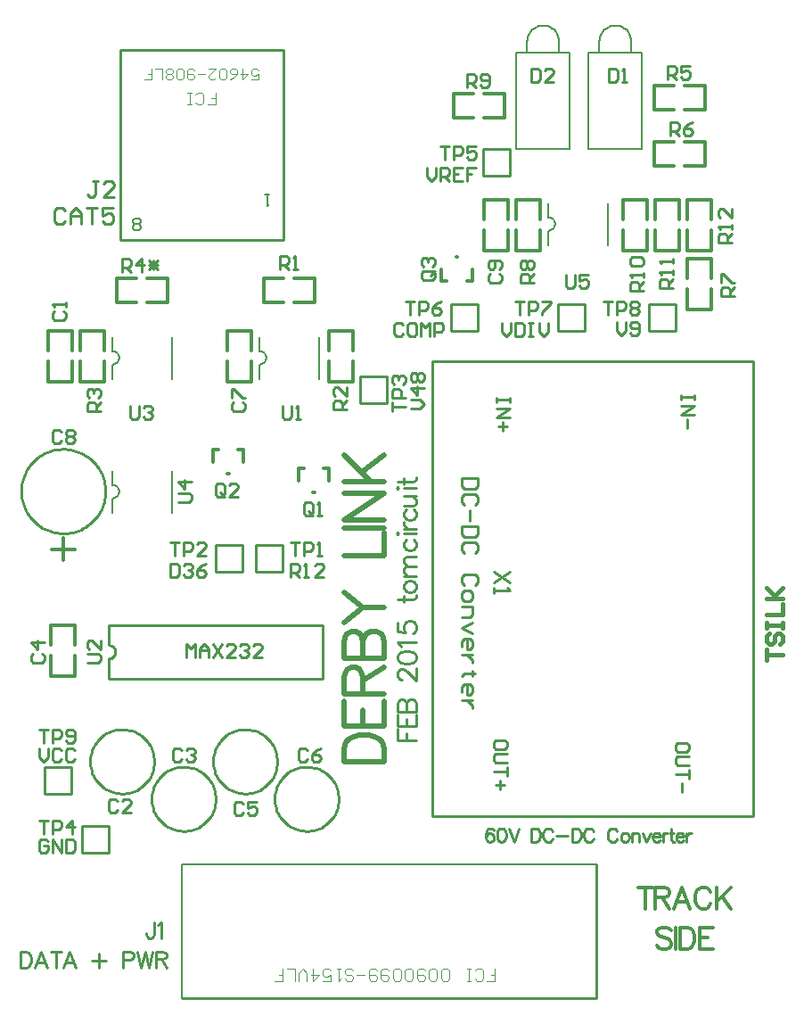
<source format=gto>
%FSLAX24Y24*%
%MOIN*%
G70*
G01*
G75*
%ADD10R,0.0500X0.0600*%
%ADD11R,0.0320X0.0950*%
%ADD12R,0.0360X0.0360*%
%ADD13R,0.0600X0.0500*%
%ADD14R,0.0360X0.0500*%
%ADD15C,0.0200*%
%ADD16C,0.0150*%
%ADD17C,0.0300*%
%ADD18R,0.1000X0.6600*%
%ADD19R,0.0600X0.0700*%
%ADD20O,0.0600X0.0700*%
%ADD21C,0.0700*%
%ADD22C,0.1500*%
%ADD23R,0.0700X0.0700*%
%ADD24C,0.1280*%
%ADD25O,0.0600X0.0750*%
%ADD26R,0.0800X0.0800*%
%ADD27C,0.0800*%
%ADD28R,0.0650X0.0650*%
%ADD29C,0.0500*%
%ADD30C,0.0400*%
%ADD31C,0.0550*%
%ADD32C,0.0450*%
%ADD33C,0.0120*%
%ADD34C,0.0500*%
%ADD35C,0.0400*%
%ADD36R,0.1000X0.3500*%
%ADD37C,0.0100*%
%ADD38C,0.0079*%
%ADD39C,0.0080*%
%ADD40C,0.0000*%
D15*
X118400Y74900D02*
X119900D01*
X118400D02*
Y75400D01*
X118472Y75614D01*
X118615Y75757D01*
X118757Y75828D01*
X118972Y75900D01*
X119329D01*
X119543Y75828D01*
X119686Y75757D01*
X119829Y75614D01*
X119900Y75400D01*
Y74900D01*
X118400Y77164D02*
Y76235D01*
X119900D01*
Y77164D01*
X119114Y76235D02*
Y76807D01*
X118400Y77414D02*
X119900D01*
X118400D02*
Y78056D01*
X118472Y78271D01*
X118543Y78342D01*
X118686Y78414D01*
X118829D01*
X118972Y78342D01*
X119043Y78271D01*
X119114Y78056D01*
Y77414D01*
Y77914D02*
X119900Y78414D01*
X118400Y78749D02*
X119900D01*
X118400D02*
Y79392D01*
X118472Y79606D01*
X118543Y79678D01*
X118686Y79749D01*
X118829D01*
X118972Y79678D01*
X119043Y79606D01*
X119114Y79392D01*
Y78749D02*
Y79392D01*
X119186Y79606D01*
X119257Y79678D01*
X119400Y79749D01*
X119614D01*
X119757Y79678D01*
X119829Y79606D01*
X119900Y79392D01*
Y78749D01*
X118400Y80085D02*
X119114Y80656D01*
X119900D01*
X118400Y81227D02*
X119114Y80656D01*
X118400Y82598D02*
X119900D01*
Y83455D01*
X118400Y83620D02*
X119900D01*
X118400Y83934D02*
X119900D01*
X118400D02*
X119900Y84934D01*
X118400D02*
X119900D01*
X118400Y85348D02*
X119900D01*
X118400Y86348D02*
X119400Y85348D01*
X119043Y85705D02*
X119900Y86348D01*
D16*
X134200Y78700D02*
Y79100D01*
Y78900D01*
X134800D01*
X134300Y79700D02*
X134200Y79600D01*
Y79400D01*
X134300Y79300D01*
X134400D01*
X134500Y79400D01*
Y79600D01*
X134600Y79700D01*
X134700D01*
X134800Y79600D01*
Y79400D01*
X134700Y79300D01*
X134200Y79900D02*
Y80100D01*
Y80000D01*
X134800D01*
Y79900D01*
Y80100D01*
X134200Y80399D02*
X134800D01*
Y80799D01*
X134200Y80999D02*
X134800D01*
X134600D01*
X134200Y81399D01*
X134500Y81099D01*
X134800Y81399D01*
D33*
X107467Y82811D02*
X108333D01*
X107900Y82421D02*
Y83248D01*
X131250Y94000D02*
Y94750D01*
X132150Y94000D02*
Y94750D01*
Y95150D02*
Y95900D01*
X131250Y95150D02*
Y95900D01*
Y94000D02*
X132150D01*
X131250Y95900D02*
X132150Y95900D01*
X108250Y90250D02*
Y91000D01*
X107350Y90250D02*
Y91000D01*
Y89100D02*
Y89850D01*
X108250Y89100D02*
Y89850D01*
X107350Y91000D02*
X108250D01*
X107350Y89100D02*
X108250Y89100D01*
X114950Y90250D02*
Y91000D01*
X114050Y90250D02*
Y91000D01*
Y89100D02*
Y89850D01*
X114950Y89100D02*
Y89850D01*
X114050Y91000D02*
X114950D01*
X114050Y89100D02*
X114950Y89100D01*
X124550Y95150D02*
Y95900D01*
X123650Y95150D02*
Y95900D01*
Y94000D02*
Y94750D01*
X124550Y94000D02*
X124550Y94750D01*
X123650Y95900D02*
X124550D01*
X123650Y94000D02*
X124550Y94000D01*
X108350Y79250D02*
Y80000D01*
X107450Y79250D02*
Y80000D01*
Y78100D02*
Y78850D01*
X108350Y78100D02*
Y78850D01*
X107450Y80000D02*
X108350D01*
X107450Y78100D02*
X108350Y78100D01*
X122500Y99850D02*
X123250D01*
X122500Y98950D02*
X123250D01*
X123650D02*
X124400D01*
X123650Y99850D02*
X124400D01*
X122500Y98950D02*
Y99850D01*
X124400Y98950D02*
X124400Y99850D01*
X124850Y94000D02*
Y94750D01*
X125750Y94000D02*
Y94750D01*
Y95150D02*
Y95900D01*
X124850Y95150D02*
Y95900D01*
Y94000D02*
X125750D01*
X124850Y95900D02*
X125750Y95900D01*
X132150Y92950D02*
Y93700D01*
X131250Y92950D02*
Y93700D01*
Y91800D02*
Y92550D01*
X132150Y91800D02*
Y92550D01*
X131250Y93700D02*
X132150D01*
X131250Y91800D02*
X132150Y91800D01*
X131150Y97150D02*
X131900D01*
X131150Y98050D02*
X131900D01*
X130000D02*
X130750D01*
X130000Y97150D02*
X130750D01*
X131900D02*
Y98050D01*
X130000Y97150D02*
X130000Y98050D01*
X131150Y99250D02*
X131900D01*
X131150Y100150D02*
X131900D01*
X130000D02*
X130750D01*
X130000Y99250D02*
X130750D01*
X131900D02*
Y100150D01*
X130000Y99250D02*
X130000Y100150D01*
X111050Y92050D02*
X111800D01*
X111050Y92950D02*
X111800D01*
X109900D02*
X110650D01*
X109900Y92050D02*
X110650D01*
X111800D02*
Y92950D01*
X109900Y92050D02*
X109900Y92950D01*
X108550Y89100D02*
Y89850D01*
X109450Y89100D02*
Y89850D01*
Y90250D02*
Y91000D01*
X108550Y90250D02*
Y91000D01*
Y89100D02*
X109450D01*
X108550Y91000D02*
X109450Y91000D01*
X118750Y90250D02*
Y91000D01*
X117850Y90250D02*
Y91000D01*
Y89100D02*
Y89850D01*
X118750Y89100D02*
Y89850D01*
X117850Y91000D02*
X118750D01*
X117850Y89100D02*
X118750Y89100D01*
X129750Y95150D02*
Y95900D01*
X128850Y95150D02*
Y95900D01*
Y94000D02*
Y94750D01*
X129750Y94000D02*
Y94750D01*
X128850Y95900D02*
X129750D01*
X128850Y94000D02*
X129750Y94000D01*
X115400Y92950D02*
X116150D01*
X115400Y92050D02*
X116150D01*
X116550D02*
X117300D01*
X116550Y92950D02*
X117300D01*
X115400Y92050D02*
Y92950D01*
X117300Y92050D02*
X117300Y92950D01*
X123000Y92850D02*
X123200D01*
X122600Y93750D02*
X122650D01*
X122050Y92850D02*
X122250D01*
X123200D02*
Y93300D01*
X122050Y92850D02*
Y93300D01*
X113500Y86550D02*
X113700D01*
X114050Y85650D02*
X114100D01*
X114450Y86550D02*
X114650D01*
X113500Y86100D02*
Y86550D01*
X114650Y86100D02*
Y86550D01*
X116700Y85850D02*
X116900D01*
X117250Y84950D02*
X117300D01*
X117650Y85850D02*
X117850D01*
X116700Y85400D02*
Y85850D01*
X117850Y85400D02*
Y85850D01*
X130950Y95150D02*
Y95900D01*
X130050Y95150D02*
Y95900D01*
Y94000D02*
Y94750D01*
X130950Y94000D02*
Y94750D01*
X130050Y95900D02*
X130950D01*
X130050Y94000D02*
X130950Y94000D01*
X129667Y70200D02*
Y69400D01*
X129400Y70200D02*
X129933D01*
X130028D02*
Y69400D01*
Y70200D02*
X130371D01*
X130485Y70162D01*
X130524Y70124D01*
X130562Y70047D01*
Y69971D01*
X130524Y69895D01*
X130485Y69857D01*
X130371Y69819D01*
X130028D01*
X130295D02*
X130562Y69400D01*
X131350D02*
X131045Y70200D01*
X130741Y69400D01*
X130855Y69667D02*
X131236D01*
X132108Y70009D02*
X132070Y70086D01*
X131994Y70162D01*
X131918Y70200D01*
X131765D01*
X131689Y70162D01*
X131613Y70086D01*
X131575Y70009D01*
X131537Y69895D01*
Y69705D01*
X131575Y69590D01*
X131613Y69514D01*
X131689Y69438D01*
X131765Y69400D01*
X131918D01*
X131994Y69438D01*
X132070Y69514D01*
X132108Y69590D01*
X132333Y70200D02*
Y69400D01*
X132866Y70200D02*
X132333Y69667D01*
X132523Y69857D02*
X132866Y69400D01*
X130633Y68586D02*
X130557Y68662D01*
X130443Y68700D01*
X130290D01*
X130176Y68662D01*
X130100Y68586D01*
Y68509D01*
X130138Y68433D01*
X130176Y68395D01*
X130252Y68357D01*
X130481Y68281D01*
X130557Y68243D01*
X130595Y68205D01*
X130633Y68129D01*
Y68014D01*
X130557Y67938D01*
X130443Y67900D01*
X130290D01*
X130176Y67938D01*
X130100Y68014D01*
X130812Y68700D02*
Y67900D01*
X130980Y68700D02*
Y67900D01*
Y68700D02*
X131246D01*
X131361Y68662D01*
X131437Y68586D01*
X131475Y68509D01*
X131513Y68395D01*
Y68205D01*
X131475Y68090D01*
X131437Y68014D01*
X131361Y67938D01*
X131246Y67900D01*
X130980D01*
X132187Y68700D02*
X131692D01*
Y67900D01*
X132187D01*
X131692Y68319D02*
X131997D01*
D37*
X109600Y78750D02*
X109696Y78769D01*
X109777Y78823D01*
X109831Y78904D01*
X109850Y79000D01*
X109831Y79096D01*
X109777Y79177D01*
X109696Y79231D01*
X109600Y79250D01*
X109475Y85000D02*
X109472Y85100D01*
X109462Y85199D01*
X109446Y85298D01*
X109424Y85396D01*
X109396Y85491D01*
X109362Y85585D01*
X109322Y85677D01*
X109276Y85766D01*
X109225Y85851D01*
X109168Y85934D01*
X109106Y86012D01*
X109040Y86087D01*
X108969Y86157D01*
X108893Y86222D01*
X108813Y86283D01*
X108730Y86338D01*
X108644Y86388D01*
X108554Y86432D01*
X108462Y86471D01*
X108368Y86504D01*
X108271Y86530D01*
X108173Y86551D01*
X108075Y86565D01*
X107975Y86573D01*
X107875Y86575D01*
X107775Y86570D01*
X107676Y86559D01*
X107577Y86541D01*
X107480Y86518D01*
X107385Y86488D01*
X107292Y86453D01*
X107201Y86411D01*
X107113Y86364D01*
X107028Y86311D01*
X106946Y86253D01*
X106869Y86190D01*
X106795Y86122D01*
X106726Y86050D01*
X106662Y85973D01*
X106603Y85893D01*
X106549Y85809D01*
X106500Y85722D01*
X106457Y85631D01*
X106420Y85539D01*
X106389Y85444D01*
X106364Y85347D01*
X106345Y85249D01*
X106332Y85150D01*
X106326Y85050D01*
Y84950D01*
X106332Y84850D01*
X106345Y84751D01*
X106364Y84653D01*
X106389Y84556D01*
X106420Y84461D01*
X106457Y84369D01*
X106500Y84278D01*
X106549Y84191D01*
X106603Y84107D01*
X106662Y84027D01*
X106726Y83950D01*
X106795Y83878D01*
X106869Y83810D01*
X106946Y83747D01*
X107028Y83689D01*
X107113Y83636D01*
X107201Y83589D01*
X107292Y83547D01*
X107385Y83512D01*
X107480Y83482D01*
X107577Y83459D01*
X107676Y83441D01*
X107775Y83430D01*
X107875Y83425D01*
X107975Y83427D01*
X108075Y83435D01*
X108173Y83449D01*
X108271Y83470D01*
X108368Y83496D01*
X108462Y83529D01*
X108554Y83568D01*
X108644Y83612D01*
X108730Y83662D01*
X108813Y83717D01*
X108893Y83778D01*
X108969Y83843D01*
X109040Y83913D01*
X109106Y83988D01*
X109168Y84066D01*
X109225Y84149D01*
X109276Y84234D01*
X109322Y84323D01*
X109362Y84415D01*
X109396Y84509D01*
X109424Y84604D01*
X109446Y84702D01*
X109462Y84801D01*
X109472Y84900D01*
X109475Y85000D01*
X111300Y74900D02*
X111296Y75000D01*
X111283Y75100D01*
X111262Y75198D01*
X111233Y75295D01*
X111196Y75388D01*
X111152Y75478D01*
X111100Y75564D01*
X111040Y75645D01*
X110975Y75721D01*
X110903Y75792D01*
X110826Y75856D01*
X110743Y75913D01*
X110656Y75963D01*
X110565Y76006D01*
X110471Y76041D01*
X110374Y76068D01*
X110275Y76087D01*
X110175Y76098D01*
X110075Y76100D01*
X109975Y76093D01*
X109875Y76079D01*
X109777Y76056D01*
X109682Y76025D01*
X109589Y75986D01*
X109500Y75939D01*
X109415Y75885D01*
X109335Y75825D01*
X109260Y75757D01*
X109192Y75684D01*
X109129Y75605D01*
X109074Y75522D01*
X109025Y75434D01*
X108984Y75342D01*
X108951Y75247D01*
X108926Y75149D01*
X108909Y75050D01*
X108901Y74950D01*
Y74850D01*
X108909Y74750D01*
X108926Y74651D01*
X108951Y74553D01*
X108984Y74458D01*
X109025Y74366D01*
X109074Y74278D01*
X109129Y74195D01*
X109192Y74116D01*
X109260Y74043D01*
X109335Y73975D01*
X109415Y73915D01*
X109500Y73861D01*
X109589Y73814D01*
X109682Y73775D01*
X109777Y73744D01*
X109875Y73721D01*
X109975Y73707D01*
X110075Y73700D01*
X110175Y73702D01*
X110275Y73713D01*
X110374Y73732D01*
X110471Y73759D01*
X110565Y73794D01*
X110656Y73837D01*
X110743Y73887D01*
X110826Y73944D01*
X110903Y74008D01*
X110975Y74079D01*
X111040Y74155D01*
X111100Y74236D01*
X111152Y74322D01*
X111196Y74412D01*
X111233Y74505D01*
X111262Y74602D01*
X111283Y74700D01*
X111296Y74800D01*
X111300Y74900D01*
X113600Y73500D02*
X113596Y73600D01*
X113583Y73700D01*
X113562Y73798D01*
X113533Y73895D01*
X113496Y73988D01*
X113452Y74078D01*
X113400Y74164D01*
X113340Y74245D01*
X113275Y74321D01*
X113203Y74392D01*
X113126Y74456D01*
X113043Y74513D01*
X112956Y74563D01*
X112865Y74606D01*
X112771Y74641D01*
X112674Y74668D01*
X112575Y74687D01*
X112475Y74698D01*
X112375Y74700D01*
X112275Y74693D01*
X112175Y74679D01*
X112077Y74656D01*
X111982Y74625D01*
X111889Y74586D01*
X111800Y74539D01*
X111715Y74485D01*
X111635Y74425D01*
X111560Y74357D01*
X111492Y74284D01*
X111429Y74205D01*
X111374Y74122D01*
X111325Y74034D01*
X111284Y73942D01*
X111251Y73847D01*
X111226Y73749D01*
X111209Y73650D01*
X111201Y73550D01*
Y73450D01*
X111209Y73350D01*
X111226Y73250D01*
X111251Y73153D01*
X111284Y73058D01*
X111325Y72966D01*
X111374Y72878D01*
X111429Y72795D01*
X111492Y72716D01*
X111560Y72643D01*
X111635Y72575D01*
X111715Y72515D01*
X111800Y72461D01*
X111889Y72414D01*
X111982Y72375D01*
X112077Y72344D01*
X112175Y72321D01*
X112275Y72307D01*
X112375Y72300D01*
X112475Y72302D01*
X112575Y72313D01*
X112674Y72332D01*
X112771Y72359D01*
X112865Y72394D01*
X112956Y72437D01*
X113043Y72487D01*
X113126Y72544D01*
X113203Y72608D01*
X113275Y72679D01*
X113340Y72755D01*
X113400Y72836D01*
X113452Y72922D01*
X113496Y73012D01*
X113533Y73105D01*
X113562Y73202D01*
X113583Y73300D01*
X113596Y73400D01*
X113600Y73500D01*
X115900Y74900D02*
X115896Y75000D01*
X115883Y75100D01*
X115862Y75198D01*
X115833Y75295D01*
X115796Y75388D01*
X115752Y75478D01*
X115700Y75564D01*
X115640Y75645D01*
X115575Y75721D01*
X115503Y75792D01*
X115426Y75856D01*
X115343Y75913D01*
X115256Y75963D01*
X115165Y76006D01*
X115071Y76041D01*
X114974Y76068D01*
X114875Y76087D01*
X114775Y76098D01*
X114675Y76100D01*
X114575Y76093D01*
X114475Y76079D01*
X114377Y76056D01*
X114282Y76025D01*
X114189Y75986D01*
X114100Y75939D01*
X114015Y75885D01*
X113935Y75825D01*
X113860Y75757D01*
X113792Y75684D01*
X113729Y75605D01*
X113674Y75522D01*
X113625Y75434D01*
X113584Y75342D01*
X113551Y75247D01*
X113526Y75149D01*
X113509Y75050D01*
X113501Y74950D01*
Y74850D01*
X113509Y74750D01*
X113526Y74651D01*
X113551Y74553D01*
X113584Y74458D01*
X113625Y74366D01*
X113674Y74278D01*
X113729Y74195D01*
X113792Y74116D01*
X113860Y74043D01*
X113935Y73975D01*
X114015Y73915D01*
X114100Y73861D01*
X114189Y73814D01*
X114282Y73775D01*
X114377Y73744D01*
X114475Y73721D01*
X114575Y73707D01*
X114675Y73700D01*
X114775Y73702D01*
X114875Y73713D01*
X114974Y73732D01*
X115071Y73759D01*
X115165Y73794D01*
X115256Y73837D01*
X115343Y73887D01*
X115426Y73944D01*
X115503Y74008D01*
X115575Y74079D01*
X115640Y74155D01*
X115700Y74236D01*
X115752Y74322D01*
X115796Y74412D01*
X115833Y74505D01*
X115862Y74602D01*
X115883Y74700D01*
X115896Y74800D01*
X115900Y74900D01*
X118200Y73500D02*
X118196Y73600D01*
X118183Y73700D01*
X118162Y73798D01*
X118133Y73895D01*
X118096Y73988D01*
X118052Y74078D01*
X118000Y74164D01*
X117940Y74245D01*
X117875Y74321D01*
X117803Y74392D01*
X117726Y74456D01*
X117643Y74513D01*
X117556Y74563D01*
X117465Y74606D01*
X117371Y74641D01*
X117274Y74668D01*
X117175Y74687D01*
X117075Y74698D01*
X116975Y74700D01*
X116875Y74693D01*
X116775Y74679D01*
X116677Y74656D01*
X116582Y74625D01*
X116489Y74586D01*
X116400Y74539D01*
X116315Y74485D01*
X116235Y74425D01*
X116160Y74357D01*
X116092Y74284D01*
X116029Y74205D01*
X115974Y74122D01*
X115925Y74034D01*
X115884Y73942D01*
X115851Y73847D01*
X115826Y73749D01*
X115809Y73650D01*
X115801Y73550D01*
Y73450D01*
X115809Y73350D01*
X115826Y73250D01*
X115851Y73153D01*
X115884Y73058D01*
X115925Y72966D01*
X115974Y72878D01*
X116029Y72795D01*
X116092Y72716D01*
X116160Y72643D01*
X116235Y72575D01*
X116315Y72515D01*
X116400Y72461D01*
X116489Y72414D01*
X116582Y72375D01*
X116677Y72344D01*
X116775Y72321D01*
X116875Y72307D01*
X116975Y72300D01*
X117075Y72302D01*
X117175Y72313D01*
X117274Y72332D01*
X117371Y72359D01*
X117465Y72394D01*
X117556Y72437D01*
X117643Y72487D01*
X117726Y72544D01*
X117803Y72608D01*
X117875Y72679D01*
X117940Y72755D01*
X117999Y72836D01*
X118052Y72922D01*
X118096Y73012D01*
X118133Y73105D01*
X118162Y73202D01*
X118183Y73300D01*
X118196Y73400D01*
X118200Y73500D01*
X109600Y78000D02*
Y78750D01*
X109600Y79250D02*
X109600Y80000D01*
X117600Y80000D01*
X117600Y78000D01*
X109600Y78000D02*
X117600Y78000D01*
X112320Y66050D02*
X127850D01*
Y71050D01*
X110050Y94400D02*
X116150D01*
Y101500D01*
X110050Y94400D02*
Y101500D01*
X116150D01*
X121700Y89850D02*
X133700D01*
X133700Y72850D01*
X121700Y72850D02*
X133700Y72850D01*
X121700Y89850D02*
X121700Y72850D01*
X108200Y73700D02*
Y74700D01*
X107200Y73700D02*
X108200D01*
X107200Y74700D02*
X108200D01*
X107200Y73700D02*
Y74700D01*
X123400Y91000D02*
Y92000D01*
X122400Y91000D02*
X123400D01*
X122400Y92000D02*
X123400D01*
X122400Y91000D02*
Y92000D01*
X130800Y91000D02*
Y92000D01*
X129800Y91000D02*
X130800D01*
X129800Y92000D02*
X130800D01*
X129800Y91000D02*
Y92000D01*
X114600Y82000D02*
Y83000D01*
X113600Y82000D02*
X114600D01*
X113600Y83000D02*
X114600D01*
X113600Y82000D02*
Y83000D01*
X124600Y96800D02*
Y97800D01*
X123600Y96800D02*
X124600D01*
X123600Y97800D02*
X124600D01*
X123600Y96800D02*
Y97800D01*
X127400Y91000D02*
Y92000D01*
X126400Y91000D02*
X127400D01*
X126400Y92000D02*
X127400D01*
X126400Y91000D02*
Y92000D01*
X115100Y82000D02*
Y83000D01*
X116100D01*
X115100Y82000D02*
X116100D01*
Y83000D01*
X108600Y71500D02*
Y72500D01*
X109600D01*
X108600Y71500D02*
X109600D01*
Y72500D01*
X119000Y88300D02*
Y89300D01*
X120000D01*
X119000Y88300D02*
X120000D01*
Y89300D01*
X132900Y94300D02*
X132400D01*
Y94550D01*
X132483Y94633D01*
X132650D01*
X132733Y94550D01*
Y94300D01*
Y94467D02*
X132900Y94633D01*
Y94800D02*
Y94966D01*
Y94883D01*
X132400D01*
X132483Y94800D01*
X132900Y95550D02*
Y95216D01*
X132567Y95550D01*
X132483D01*
X132400Y95466D01*
Y95300D01*
X132483Y95216D01*
X107000Y75400D02*
Y75067D01*
X107167Y74900D01*
X107333Y75067D01*
Y75400D01*
X107833Y75317D02*
X107750Y75400D01*
X107583D01*
X107500Y75317D01*
Y74983D01*
X107583Y74900D01*
X107750D01*
X107833Y74983D01*
X108333Y75317D02*
X108250Y75400D01*
X108083D01*
X108000Y75317D01*
Y74983D01*
X108083Y74900D01*
X108250D01*
X108333Y74983D01*
X107000Y76100D02*
X107333D01*
X107167D01*
Y75600D01*
X107500D02*
Y76100D01*
X107750D01*
X107833Y76017D01*
Y75850D01*
X107750Y75767D01*
X107500D01*
X108000Y75683D02*
X108083Y75600D01*
X108250D01*
X108333Y75683D01*
Y76017D01*
X108250Y76100D01*
X108083D01*
X108000Y76017D01*
Y75933D01*
X108083Y75850D01*
X108333D01*
X128600Y91330D02*
Y90997D01*
X128767Y90830D01*
X128933Y90997D01*
Y91330D01*
X129100Y90913D02*
X129183Y90830D01*
X129350D01*
X129433Y90913D01*
Y91247D01*
X129350Y91330D01*
X129183D01*
X129100Y91247D01*
Y91163D01*
X129183Y91080D01*
X129433D01*
X128100Y92100D02*
X128433D01*
X128267D01*
Y91600D01*
X128600D02*
Y92100D01*
X128850D01*
X128933Y92017D01*
Y91850D01*
X128850Y91767D01*
X128600D01*
X129100Y92017D02*
X129183Y92100D01*
X129350D01*
X129433Y92017D01*
Y91933D01*
X129350Y91850D01*
X129433Y91767D01*
Y91683D01*
X129350Y91600D01*
X129183D01*
X129100Y91683D01*
Y91767D01*
X129183Y91850D01*
X129100Y91933D01*
Y92017D01*
X129183Y91850D02*
X129350D01*
X124300Y91300D02*
Y90967D01*
X124467Y90800D01*
X124633Y90967D01*
Y91300D01*
X124800D02*
Y90800D01*
X125050D01*
X125133Y90883D01*
Y91217D01*
X125050Y91300D01*
X124800D01*
X125300D02*
X125466D01*
X125383D01*
Y90800D01*
X125300D01*
X125466D01*
X125716Y91300D02*
Y90967D01*
X125883Y90800D01*
X126049Y90967D01*
Y91300D01*
X124800Y92100D02*
X125133D01*
X124967D01*
Y91600D01*
X125300D02*
Y92100D01*
X125550D01*
X125633Y92017D01*
Y91850D01*
X125550Y91767D01*
X125300D01*
X125800Y92100D02*
X126133D01*
Y92017D01*
X125800Y91683D01*
Y91600D01*
X120613Y91217D02*
X120530Y91300D01*
X120363D01*
X120280Y91217D01*
Y90883D01*
X120363Y90800D01*
X120530D01*
X120613Y90883D01*
X121030Y91300D02*
X120863D01*
X120780Y91217D01*
Y90883D01*
X120863Y90800D01*
X121030D01*
X121113Y90883D01*
Y91217D01*
X121030Y91300D01*
X121280Y90800D02*
Y91300D01*
X121446Y91133D01*
X121613Y91300D01*
Y90800D01*
X121780D02*
Y91300D01*
X122029D01*
X122113Y91217D01*
Y91050D01*
X122029Y90967D01*
X121780D01*
X120700Y92100D02*
X121033D01*
X120867D01*
Y91600D01*
X121200D02*
Y92100D01*
X121450D01*
X121533Y92017D01*
Y91850D01*
X121450Y91767D01*
X121200D01*
X122033Y92100D02*
X121866Y92017D01*
X121700Y91850D01*
Y91683D01*
X121783Y91600D01*
X121950D01*
X122033Y91683D01*
Y91767D01*
X121950Y91850D01*
X121700D01*
X121500Y97100D02*
Y96767D01*
X121667Y96600D01*
X121833Y96767D01*
Y97100D01*
X122000Y96600D02*
Y97100D01*
X122250D01*
X122333Y97017D01*
Y96850D01*
X122250Y96767D01*
X122000D01*
X122166D02*
X122333Y96600D01*
X122833Y97100D02*
X122500D01*
Y96600D01*
X122833D01*
X122500Y96850D02*
X122666D01*
X123333Y97100D02*
X123000D01*
Y96850D01*
X123166D01*
X123000D01*
Y96600D01*
X122000Y97900D02*
X122333D01*
X122167D01*
Y97400D01*
X122500D02*
Y97900D01*
X122750D01*
X122833Y97817D01*
Y97650D01*
X122750Y97567D01*
X122500D01*
X123333Y97900D02*
X123000D01*
Y97650D01*
X123166Y97733D01*
X123250D01*
X123333Y97650D01*
Y97483D01*
X123250Y97400D01*
X123083D01*
X123000Y97483D01*
X107333Y71917D02*
X107250Y72000D01*
X107083D01*
X107000Y71917D01*
Y71583D01*
X107083Y71500D01*
X107250D01*
X107333Y71583D01*
Y71750D01*
X107167D01*
X107500Y71500D02*
Y72000D01*
X107833Y71500D01*
Y72000D01*
X108000D02*
Y71500D01*
X108250D01*
X108333Y71583D01*
Y71917D01*
X108250Y72000D01*
X108000D01*
X107000Y72700D02*
X107333D01*
X107167D01*
Y72200D01*
X107500D02*
Y72700D01*
X107750D01*
X107833Y72617D01*
Y72450D01*
X107750Y72367D01*
X107500D01*
X108250Y72200D02*
Y72700D01*
X108000Y72450D01*
X108333D01*
X120900Y88100D02*
X121233D01*
X121400Y88267D01*
X121233Y88433D01*
X120900D01*
X121400Y88850D02*
X120900D01*
X121150Y88600D01*
Y88933D01*
X120983Y89100D02*
X120900Y89183D01*
Y89350D01*
X120983Y89433D01*
X121067D01*
X121150Y89350D01*
X121233Y89433D01*
X121317D01*
X121400Y89350D01*
Y89183D01*
X121317Y89100D01*
X121233D01*
X121150Y89183D01*
X121067Y89100D01*
X120983D01*
X121150Y89183D02*
Y89350D01*
X120200Y88000D02*
Y88333D01*
Y88167D01*
X120700D01*
Y88500D02*
X120200D01*
Y88750D01*
X120283Y88833D01*
X120450D01*
X120533Y88750D01*
Y88500D01*
X120283Y89000D02*
X120200Y89083D01*
Y89250D01*
X120283Y89333D01*
X120367D01*
X120450Y89250D01*
Y89166D01*
Y89250D01*
X120533Y89333D01*
X120617D01*
X120700Y89250D01*
Y89083D01*
X120617Y89000D01*
X111900Y82300D02*
Y81800D01*
X112150D01*
X112233Y81883D01*
Y82217D01*
X112150Y82300D01*
X111900D01*
X112400Y82217D02*
X112483Y82300D01*
X112650D01*
X112733Y82217D01*
Y82133D01*
X112650Y82050D01*
X112566D01*
X112650D01*
X112733Y81967D01*
Y81883D01*
X112650Y81800D01*
X112483D01*
X112400Y81883D01*
X113233Y82300D02*
X113066Y82217D01*
X112900Y82050D01*
Y81883D01*
X112983Y81800D01*
X113150D01*
X113233Y81883D01*
Y81967D01*
X113150Y82050D01*
X112900D01*
X111900Y83100D02*
X112233D01*
X112067D01*
Y82600D01*
X112400D02*
Y83100D01*
X112650D01*
X112733Y83017D01*
Y82850D01*
X112650Y82767D01*
X112400D01*
X113233Y82600D02*
X112900D01*
X113233Y82933D01*
Y83017D01*
X113150Y83100D01*
X112983D01*
X112900Y83017D01*
X116400Y81800D02*
Y82300D01*
X116650D01*
X116733Y82217D01*
Y82050D01*
X116650Y81967D01*
X116400D01*
X116567D02*
X116733Y81800D01*
X116900D02*
X117066D01*
X116983D01*
Y82300D01*
X116900Y82217D01*
X117650Y81800D02*
X117316D01*
X117650Y82133D01*
Y82217D01*
X117566Y82300D01*
X117400D01*
X117316Y82217D01*
X116400Y83100D02*
X116733D01*
X116567D01*
Y82600D01*
X116900D02*
Y83100D01*
X117150D01*
X117233Y83017D01*
Y82850D01*
X117150Y82767D01*
X116900D01*
X117400Y82600D02*
X117566D01*
X117483D01*
Y83100D01*
X117400Y83017D01*
X123986Y72328D02*
X123962Y72376D01*
X123890Y72400D01*
X123843D01*
X123771Y72376D01*
X123724Y72305D01*
X123700Y72186D01*
Y72067D01*
X123724Y71971D01*
X123771Y71924D01*
X123843Y71900D01*
X123867D01*
X123938Y71924D01*
X123986Y71971D01*
X124009Y72043D01*
Y72067D01*
X123986Y72138D01*
X123938Y72186D01*
X123867Y72209D01*
X123843D01*
X123771Y72186D01*
X123724Y72138D01*
X123700Y72067D01*
X124262Y72400D02*
X124190Y72376D01*
X124143Y72305D01*
X124119Y72186D01*
Y72114D01*
X124143Y71995D01*
X124190Y71924D01*
X124262Y71900D01*
X124309D01*
X124381Y71924D01*
X124428Y71995D01*
X124452Y72114D01*
Y72186D01*
X124428Y72305D01*
X124381Y72376D01*
X124309Y72400D01*
X124262D01*
X124564D02*
X124755Y71900D01*
X124945Y72400D02*
X124755Y71900D01*
X125402Y72400D02*
Y71900D01*
Y72400D02*
X125569D01*
X125640Y72376D01*
X125688Y72328D01*
X125711Y72281D01*
X125735Y72209D01*
Y72090D01*
X125711Y72019D01*
X125688Y71971D01*
X125640Y71924D01*
X125569Y71900D01*
X125402D01*
X126204Y72281D02*
X126180Y72328D01*
X126133Y72376D01*
X126085Y72400D01*
X125990D01*
X125942Y72376D01*
X125895Y72328D01*
X125871Y72281D01*
X125847Y72209D01*
Y72090D01*
X125871Y72019D01*
X125895Y71971D01*
X125942Y71924D01*
X125990Y71900D01*
X126085D01*
X126133Y71924D01*
X126180Y71971D01*
X126204Y72019D01*
X126345Y72114D02*
X126773D01*
X126921Y72400D02*
Y71900D01*
Y72400D02*
X127087D01*
X127159Y72376D01*
X127206Y72328D01*
X127230Y72281D01*
X127254Y72209D01*
Y72090D01*
X127230Y72019D01*
X127206Y71971D01*
X127159Y71924D01*
X127087Y71900D01*
X126921D01*
X127723Y72281D02*
X127699Y72328D01*
X127652Y72376D01*
X127604Y72400D01*
X127509D01*
X127461Y72376D01*
X127413Y72328D01*
X127390Y72281D01*
X127366Y72209D01*
Y72090D01*
X127390Y72019D01*
X127413Y71971D01*
X127461Y71924D01*
X127509Y71900D01*
X127604D01*
X127652Y71924D01*
X127699Y71971D01*
X127723Y72019D01*
X128613Y72281D02*
X128589Y72328D01*
X128542Y72376D01*
X128494Y72400D01*
X128399D01*
X128351Y72376D01*
X128304Y72328D01*
X128280Y72281D01*
X128256Y72209D01*
Y72090D01*
X128280Y72019D01*
X128304Y71971D01*
X128351Y71924D01*
X128399Y71900D01*
X128494D01*
X128542Y71924D01*
X128589Y71971D01*
X128613Y72019D01*
X128873Y72233D02*
X128825Y72209D01*
X128777Y72162D01*
X128754Y72090D01*
Y72043D01*
X128777Y71971D01*
X128825Y71924D01*
X128873Y71900D01*
X128944D01*
X128992Y71924D01*
X129039Y71971D01*
X129063Y72043D01*
Y72090D01*
X129039Y72162D01*
X128992Y72209D01*
X128944Y72233D01*
X128873D01*
X129173D02*
Y71900D01*
Y72138D02*
X129244Y72209D01*
X129292Y72233D01*
X129363D01*
X129411Y72209D01*
X129434Y72138D01*
Y71900D01*
X129565Y72233D02*
X129708Y71900D01*
X129851Y72233D02*
X129708Y71900D01*
X129932Y72090D02*
X130218D01*
Y72138D01*
X130194Y72186D01*
X130170Y72209D01*
X130122Y72233D01*
X130051D01*
X130003Y72209D01*
X129956Y72162D01*
X129932Y72090D01*
Y72043D01*
X129956Y71971D01*
X130003Y71924D01*
X130051Y71900D01*
X130122D01*
X130170Y71924D01*
X130218Y71971D01*
X130325Y72233D02*
Y71900D01*
Y72090D02*
X130349Y72162D01*
X130396Y72209D01*
X130444Y72233D01*
X130515D01*
X130632Y72400D02*
Y71995D01*
X130656Y71924D01*
X130703Y71900D01*
X130751D01*
X130560Y72233D02*
X130727D01*
X130822Y72090D02*
X131108D01*
Y72138D01*
X131084Y72186D01*
X131060Y72209D01*
X131013Y72233D01*
X130941D01*
X130894Y72209D01*
X130846Y72162D01*
X130822Y72090D01*
Y72043D01*
X130846Y71971D01*
X130894Y71924D01*
X130941Y71900D01*
X131013D01*
X131060Y71924D01*
X131108Y71971D01*
X131215Y72233D02*
Y71900D01*
Y72090D02*
X131239Y72162D01*
X131286Y72209D01*
X131334Y72233D01*
X131405D01*
X124600Y82000D02*
X124000Y81600D01*
X124600D02*
X124000Y82000D01*
Y81400D02*
Y81200D01*
Y81300D01*
X124600D01*
X124500Y81400D01*
X116100Y88200D02*
Y87783D01*
X116183Y87700D01*
X116350D01*
X116433Y87783D01*
Y88200D01*
X116600Y87700D02*
X116766D01*
X116683D01*
Y88200D01*
X116600Y88117D01*
X106300Y67800D02*
Y67200D01*
Y67800D02*
X106500D01*
X106586Y67771D01*
X106643Y67714D01*
X106671Y67657D01*
X106700Y67571D01*
Y67429D01*
X106671Y67343D01*
X106643Y67286D01*
X106586Y67229D01*
X106500Y67200D01*
X106300D01*
X107291D02*
X107063Y67800D01*
X106834Y67200D01*
X106920Y67400D02*
X107206D01*
X107631Y67800D02*
Y67200D01*
X107431Y67800D02*
X107831D01*
X108360Y67200D02*
X108131Y67800D01*
X107903Y67200D01*
X107988Y67400D02*
X108274D01*
X109228Y67714D02*
Y67200D01*
X108971Y67457D02*
X109485D01*
X110133Y67486D02*
X110391D01*
X110476Y67514D01*
X110505Y67543D01*
X110533Y67600D01*
Y67686D01*
X110505Y67743D01*
X110476Y67771D01*
X110391Y67800D01*
X110133D01*
Y67200D01*
X110668Y67800D02*
X110810Y67200D01*
X110953Y67800D02*
X110810Y67200D01*
X110953Y67800D02*
X111096Y67200D01*
X111239Y67800D02*
X111096Y67200D01*
X111359Y67800D02*
Y67200D01*
Y67800D02*
X111616D01*
X111702Y67771D01*
X111730Y67743D01*
X111759Y67686D01*
Y67628D01*
X111730Y67571D01*
X111702Y67543D01*
X111616Y67514D01*
X111359D01*
X111559D02*
X111759Y67200D01*
X111286Y68900D02*
Y68443D01*
X111257Y68357D01*
X111229Y68329D01*
X111171Y68300D01*
X111114D01*
X111057Y68329D01*
X111029Y68357D01*
X111000Y68443D01*
Y68500D01*
X111440Y68786D02*
X111497Y68814D01*
X111583Y68900D01*
Y68300D01*
X107970Y95500D02*
X107870Y95600D01*
X107670D01*
X107570Y95500D01*
Y95100D01*
X107670Y95000D01*
X107870D01*
X107970Y95100D01*
X108170Y95000D02*
Y95400D01*
X108370Y95600D01*
X108570Y95400D01*
Y95000D01*
Y95300D01*
X108170D01*
X108770Y95600D02*
X109169D01*
X108970D01*
Y95000D01*
X109769Y95600D02*
X109369D01*
Y95300D01*
X109569Y95400D01*
X109669D01*
X109769Y95300D01*
Y95100D01*
X109669Y95000D01*
X109469D01*
X109369Y95100D01*
X109210Y96600D02*
X109010D01*
X109110D01*
Y96100D01*
X109010Y96000D01*
X108910D01*
X108810Y96100D01*
X109810Y96000D02*
X109410D01*
X109810Y96400D01*
Y96500D01*
X109710Y96600D01*
X109510D01*
X109410Y96500D01*
X123883Y93133D02*
X123800Y93050D01*
Y92883D01*
X123883Y92800D01*
X124217D01*
X124300Y92883D01*
Y93050D01*
X124217Y93133D01*
Y93300D02*
X124300Y93383D01*
Y93550D01*
X124217Y93633D01*
X123883D01*
X123800Y93550D01*
Y93383D01*
X123883Y93300D01*
X123967D01*
X124050Y93383D01*
Y93633D01*
X107833Y87217D02*
X107750Y87300D01*
X107583D01*
X107500Y87217D01*
Y86883D01*
X107583Y86800D01*
X107750D01*
X107833Y86883D01*
X108000Y87217D02*
X108083Y87300D01*
X108250D01*
X108333Y87217D01*
Y87133D01*
X108250Y87050D01*
X108333Y86967D01*
Y86883D01*
X108250Y86800D01*
X108083D01*
X108000Y86883D01*
Y86967D01*
X108083Y87050D01*
X108000Y87133D01*
Y87217D01*
X108083Y87050D02*
X108250D01*
X114633Y73317D02*
X114550Y73400D01*
X114383D01*
X114300Y73317D01*
Y72983D01*
X114383Y72900D01*
X114550D01*
X114633Y72983D01*
X115133Y73400D02*
X114800D01*
Y73150D01*
X114966Y73233D01*
X115050D01*
X115133Y73150D01*
Y72983D01*
X115050Y72900D01*
X114883D01*
X114800Y72983D01*
X106783Y78933D02*
X106700Y78850D01*
Y78683D01*
X106783Y78600D01*
X107117D01*
X107200Y78683D01*
Y78850D01*
X107117Y78933D01*
X107200Y79350D02*
X106700D01*
X106950Y79100D01*
Y79433D01*
X109933Y73417D02*
X109850Y73500D01*
X109683D01*
X109600Y73417D01*
Y73083D01*
X109683Y73000D01*
X109850D01*
X109933Y73083D01*
X110433Y73000D02*
X110100D01*
X110433Y73333D01*
Y73417D01*
X110350Y73500D01*
X110183D01*
X110100Y73417D01*
X125400Y100800D02*
Y100300D01*
X125650D01*
X125733Y100383D01*
Y100717D01*
X125650Y100800D01*
X125400D01*
X126233Y100300D02*
X125900D01*
X126233Y100633D01*
Y100717D01*
X126150Y100800D01*
X125983D01*
X125900Y100717D01*
X128300Y100800D02*
Y100300D01*
X128550D01*
X128633Y100383D01*
Y100717D01*
X128550Y100800D01*
X128300D01*
X128800Y100300D02*
X128966D01*
X128883D01*
Y100800D01*
X128800Y100717D01*
X126700Y93100D02*
Y92683D01*
X126783Y92600D01*
X126950D01*
X127033Y92683D01*
Y93100D01*
X127533D02*
X127200D01*
Y92850D01*
X127366Y92933D01*
X127450D01*
X127533Y92850D01*
Y92683D01*
X127450Y92600D01*
X127283D01*
X127200Y92683D01*
X112200Y84600D02*
X112617D01*
X112700Y84683D01*
Y84850D01*
X112617Y84933D01*
X112200D01*
X112700Y85350D02*
X112200D01*
X112450Y85100D01*
Y85433D01*
X110400Y88200D02*
Y87783D01*
X110483Y87700D01*
X110650D01*
X110733Y87783D01*
Y88200D01*
X110900Y88117D02*
X110983Y88200D01*
X111150D01*
X111233Y88117D01*
Y88033D01*
X111150Y87950D01*
X111066D01*
X111150D01*
X111233Y87867D01*
Y87783D01*
X111150Y87700D01*
X110983D01*
X110900Y87783D01*
X112500Y78800D02*
Y79300D01*
X112667Y79133D01*
X112833Y79300D01*
Y78800D01*
X113000D02*
Y79133D01*
X113166Y79300D01*
X113333Y79133D01*
Y78800D01*
Y79050D01*
X113000D01*
X113500Y79300D02*
X113833Y78800D01*
Y79300D02*
X113500Y78800D01*
X114333D02*
X114000D01*
X114333Y79133D01*
Y79217D01*
X114249Y79300D01*
X114083D01*
X114000Y79217D01*
X114499D02*
X114583Y79300D01*
X114749D01*
X114833Y79217D01*
Y79133D01*
X114749Y79050D01*
X114666D01*
X114749D01*
X114833Y78967D01*
Y78883D01*
X114749Y78800D01*
X114583D01*
X114499Y78883D01*
X115332Y78800D02*
X114999D01*
X115332Y79133D01*
Y79217D01*
X115249Y79300D01*
X115083D01*
X114999Y79217D01*
X108800Y78600D02*
X109217D01*
X109300Y78683D01*
Y78850D01*
X109217Y78933D01*
X108800D01*
X109300Y79433D02*
Y79100D01*
X108967Y79433D01*
X108883D01*
X108800Y79350D01*
Y79183D01*
X108883Y79100D01*
X123000Y100100D02*
Y100600D01*
X123250D01*
X123333Y100517D01*
Y100350D01*
X123250Y100267D01*
X123000D01*
X123167D02*
X123333Y100100D01*
X123500Y100183D02*
X123583Y100100D01*
X123750D01*
X123833Y100183D01*
Y100517D01*
X123750Y100600D01*
X123583D01*
X123500Y100517D01*
Y100433D01*
X123583Y100350D01*
X123833D01*
X125500Y92800D02*
X125000D01*
Y93050D01*
X125083Y93133D01*
X125250D01*
X125333Y93050D01*
Y92800D01*
Y92967D02*
X125500Y93133D01*
X125083Y93300D02*
X125000Y93383D01*
Y93550D01*
X125083Y93633D01*
X125167D01*
X125250Y93550D01*
X125333Y93633D01*
X125417D01*
X125500Y93550D01*
Y93383D01*
X125417Y93300D01*
X125333D01*
X125250Y93383D01*
X125167Y93300D01*
X125083D01*
X125250Y93383D02*
Y93550D01*
X133000Y92300D02*
X132500D01*
Y92550D01*
X132583Y92633D01*
X132750D01*
X132833Y92550D01*
Y92300D01*
Y92467D02*
X133000Y92633D01*
X132500Y92800D02*
Y93133D01*
X132583D01*
X132917Y92800D01*
X133000D01*
X130600Y98300D02*
Y98800D01*
X130850D01*
X130933Y98717D01*
Y98550D01*
X130850Y98467D01*
X130600D01*
X130767D02*
X130933Y98300D01*
X131433Y98800D02*
X131266Y98717D01*
X131100Y98550D01*
Y98383D01*
X131183Y98300D01*
X131350D01*
X131433Y98383D01*
Y98467D01*
X131350Y98550D01*
X131100D01*
X130500Y100400D02*
Y100900D01*
X130750D01*
X130833Y100817D01*
Y100650D01*
X130750Y100567D01*
X130500D01*
X130667D02*
X130833Y100400D01*
X131333Y100900D02*
X131000D01*
Y100650D01*
X131166Y100733D01*
X131250D01*
X131333Y100650D01*
Y100483D01*
X131250Y100400D01*
X131083D01*
X131000Y100483D01*
X110100Y93200D02*
Y93700D01*
X110350D01*
X110433Y93617D01*
Y93450D01*
X110350Y93367D01*
X110100D01*
X110267D02*
X110433Y93200D01*
X110850D02*
Y93700D01*
X110600Y93450D01*
X110933D01*
X109300Y88000D02*
X108800D01*
Y88250D01*
X108883Y88333D01*
X109050D01*
X109133Y88250D01*
Y88000D01*
Y88167D02*
X109300Y88333D01*
X108883Y88500D02*
X108800Y88583D01*
Y88750D01*
X108883Y88833D01*
X108967D01*
X109050Y88750D01*
Y88666D01*
Y88750D01*
X109133Y88833D01*
X109217D01*
X109300Y88750D01*
Y88583D01*
X109217Y88500D01*
X118500Y88040D02*
X118000D01*
Y88290D01*
X118083Y88373D01*
X118250D01*
X118333Y88290D01*
Y88040D01*
Y88207D02*
X118500Y88373D01*
Y88873D02*
Y88540D01*
X118167Y88873D01*
X118083D01*
X118000Y88790D01*
Y88623D01*
X118083Y88540D01*
X130700Y92600D02*
X130200D01*
Y92850D01*
X130283Y92933D01*
X130450D01*
X130533Y92850D01*
Y92600D01*
Y92767D02*
X130700Y92933D01*
Y93100D02*
Y93266D01*
Y93183D01*
X130200D01*
X130283Y93100D01*
X130700Y93516D02*
Y93683D01*
Y93600D01*
X130200D01*
X130283Y93516D01*
X129600Y92500D02*
X129100D01*
Y92750D01*
X129183Y92833D01*
X129350D01*
X129433Y92750D01*
Y92500D01*
Y92667D02*
X129600Y92833D01*
Y93000D02*
Y93166D01*
Y93083D01*
X129100D01*
X129183Y93000D01*
Y93416D02*
X129100Y93500D01*
Y93666D01*
X129183Y93750D01*
X129517D01*
X129600Y93666D01*
Y93500D01*
X129517Y93416D01*
X129183D01*
X116000Y93300D02*
Y93800D01*
X116250D01*
X116333Y93717D01*
Y93550D01*
X116250Y93467D01*
X116000D01*
X116167D02*
X116333Y93300D01*
X116500D02*
X116666D01*
X116583D01*
Y93800D01*
X116500Y93717D01*
X121717Y93233D02*
X121383D01*
X121300Y93150D01*
Y92983D01*
X121383Y92900D01*
X121717D01*
X121800Y92983D01*
Y93150D01*
X121633Y93067D02*
X121800Y93233D01*
Y93150D02*
X121717Y93233D01*
X121383Y93400D02*
X121300Y93483D01*
Y93650D01*
X121383Y93733D01*
X121467D01*
X121550Y93650D01*
Y93566D01*
Y93650D01*
X121633Y93733D01*
X121717D01*
X121800Y93650D01*
Y93483D01*
X121717Y93400D01*
X113933Y84883D02*
Y85217D01*
X113850Y85300D01*
X113683D01*
X113600Y85217D01*
Y84883D01*
X113683Y84800D01*
X113850D01*
X113767Y84967D02*
X113933Y84800D01*
X113850D02*
X113933Y84883D01*
X114433Y84800D02*
X114100D01*
X114433Y85133D01*
Y85217D01*
X114350Y85300D01*
X114183D01*
X114100Y85217D01*
X117233Y84183D02*
Y84517D01*
X117150Y84600D01*
X116983D01*
X116900Y84517D01*
Y84183D01*
X116983Y84100D01*
X117150D01*
X117067Y84267D02*
X117233Y84100D01*
X117150D02*
X117233Y84183D01*
X117400Y84100D02*
X117566D01*
X117483D01*
Y84600D01*
X117400Y84517D01*
X114283Y88333D02*
X114200Y88250D01*
Y88083D01*
X114283Y88000D01*
X114617D01*
X114700Y88083D01*
Y88250D01*
X114617Y88333D01*
X114200Y88500D02*
Y88833D01*
X114283D01*
X114617Y88500D01*
X114700D01*
X117033Y75317D02*
X116950Y75400D01*
X116783D01*
X116700Y75317D01*
Y74983D01*
X116783Y74900D01*
X116950D01*
X117033Y74983D01*
X117533Y75400D02*
X117366Y75317D01*
X117200Y75150D01*
Y74983D01*
X117283Y74900D01*
X117450D01*
X117533Y74983D01*
Y75067D01*
X117450Y75150D01*
X117200D01*
X112333Y75317D02*
X112250Y75400D01*
X112083D01*
X112000Y75317D01*
Y74983D01*
X112083Y74900D01*
X112250D01*
X112333Y74983D01*
X112500Y75317D02*
X112583Y75400D01*
X112750D01*
X112833Y75317D01*
Y75233D01*
X112750Y75150D01*
X112666D01*
X112750D01*
X112833Y75067D01*
Y74983D01*
X112750Y74900D01*
X112583D01*
X112500Y74983D01*
X107583Y91733D02*
X107500Y91650D01*
Y91483D01*
X107583Y91400D01*
X107917D01*
X108000Y91483D01*
Y91650D01*
X107917Y91733D01*
X108000Y91900D02*
Y92066D01*
Y91983D01*
X107500D01*
X107583Y91900D01*
X111100Y93617D02*
X111433Y93283D01*
X111100D02*
X111433Y93617D01*
X111100Y93450D02*
X111433D01*
X111267Y93283D02*
Y93617D01*
X123400Y85500D02*
X122800D01*
Y85200D01*
X122900Y85100D01*
X123300D01*
X123400Y85200D01*
Y85500D01*
X123300Y84500D02*
X123400Y84600D01*
Y84800D01*
X123300Y84900D01*
X122900D01*
X122800Y84800D01*
Y84600D01*
X122900Y84500D01*
X123100Y84300D02*
Y83901D01*
X123400Y83701D02*
X122800D01*
Y83401D01*
X122900Y83301D01*
X123300D01*
X123400Y83401D01*
Y83701D01*
X123300Y82701D02*
X123400Y82801D01*
Y83001D01*
X123300Y83101D01*
X122900D01*
X122800Y83001D01*
Y82801D01*
X122900Y82701D01*
X123300Y81501D02*
X123400Y81601D01*
Y81801D01*
X123300Y81901D01*
X122900D01*
X122800Y81801D01*
Y81601D01*
X122900Y81501D01*
X122800Y81201D02*
Y81001D01*
X122900Y80901D01*
X123100D01*
X123200Y81001D01*
Y81201D01*
X123100Y81301D01*
X122900D01*
X122800Y81201D01*
Y80702D02*
X123200D01*
Y80402D01*
X123100Y80302D01*
X122800D01*
X123200Y80102D02*
X122800Y79902D01*
X123200Y79702D01*
X122800Y79202D02*
Y79402D01*
X122900Y79502D01*
X123100D01*
X123200Y79402D01*
Y79202D01*
X123100Y79102D01*
X123000D01*
Y79502D01*
X123200Y78902D02*
X122800D01*
X123000D01*
X123100Y78802D01*
X123200Y78702D01*
Y78602D01*
X123300Y78202D02*
X123200D01*
Y78302D01*
Y78102D01*
Y78202D01*
X122900D01*
X122800Y78102D01*
Y77503D02*
Y77703D01*
X122900Y77802D01*
X123100D01*
X123200Y77703D01*
Y77503D01*
X123100Y77403D01*
X123000D01*
Y77802D01*
X123200Y77203D02*
X122800D01*
X123000D01*
X123100Y77103D01*
X123200Y77003D01*
Y76903D01*
X131500Y88600D02*
Y88433D01*
Y88517D01*
X131000D01*
Y88600D01*
Y88433D01*
Y88183D02*
X131500D01*
X131000Y87850D01*
X131500D01*
X131250Y87684D02*
Y87350D01*
X131300Y75350D02*
Y75517D01*
X131217Y75600D01*
X130883D01*
X130800Y75517D01*
Y75350D01*
X130883Y75267D01*
X131217D01*
X131300Y75350D01*
Y75100D02*
X130883D01*
X130800Y75017D01*
Y74850D01*
X130883Y74767D01*
X131300D01*
Y74600D02*
Y74267D01*
Y74434D01*
X130800D01*
X131050Y74100D02*
Y73767D01*
X124500Y75450D02*
Y75617D01*
X124417Y75700D01*
X124083D01*
X124000Y75617D01*
Y75450D01*
X124083Y75367D01*
X124417D01*
X124500Y75450D01*
Y75200D02*
X124083D01*
X124000Y75117D01*
Y74950D01*
X124083Y74867D01*
X124500D01*
Y74700D02*
Y74367D01*
Y74534D01*
X124000D01*
X124250Y74200D02*
Y73867D01*
X124417Y74034D02*
X124083D01*
X124600Y88500D02*
Y88333D01*
Y88417D01*
X124100D01*
Y88500D01*
Y88333D01*
Y88083D02*
X124600D01*
X124100Y87750D01*
X124600D01*
X124350Y87584D02*
Y87250D01*
X124517Y87417D02*
X124183D01*
X120400Y75700D02*
X121100D01*
X120400D02*
Y76133D01*
X120733Y75700D02*
Y75967D01*
X120400Y76646D02*
Y76213D01*
X121100D01*
Y76646D01*
X120733Y76213D02*
Y76480D01*
X120400Y76763D02*
X121100D01*
X120400D02*
Y77063D01*
X120433Y77163D01*
X120467Y77196D01*
X120533Y77230D01*
X120600D01*
X120667Y77196D01*
X120700Y77163D01*
X120733Y77063D01*
Y76763D02*
Y77063D01*
X120767Y77163D01*
X120800Y77196D01*
X120867Y77230D01*
X120967D01*
X121033Y77196D01*
X121067Y77163D01*
X121100Y77063D01*
Y76763D01*
X120567Y77970D02*
X120533D01*
X120467Y78003D01*
X120433Y78036D01*
X120400Y78103D01*
Y78236D01*
X120433Y78303D01*
X120467Y78336D01*
X120533Y78369D01*
X120600D01*
X120667Y78336D01*
X120767Y78269D01*
X121100Y77936D01*
Y78403D01*
X120400Y78759D02*
X120433Y78659D01*
X120533Y78593D01*
X120700Y78559D01*
X120800D01*
X120967Y78593D01*
X121067Y78659D01*
X121100Y78759D01*
Y78826D01*
X121067Y78926D01*
X120967Y78993D01*
X120800Y79026D01*
X120700D01*
X120533Y78993D01*
X120433Y78926D01*
X120400Y78826D01*
Y78759D01*
X120533Y79183D02*
X120500Y79249D01*
X120400Y79349D01*
X121100D01*
X120400Y80096D02*
Y79762D01*
X120700Y79729D01*
X120667Y79762D01*
X120633Y79862D01*
Y79962D01*
X120667Y80062D01*
X120733Y80129D01*
X120833Y80162D01*
X120900D01*
X121000Y80129D01*
X121067Y80062D01*
X121100Y79962D01*
Y79862D01*
X121067Y79762D01*
X121033Y79729D01*
X120967Y79696D01*
X120400Y80969D02*
X120967D01*
X121067Y81002D01*
X121100Y81069D01*
Y81136D01*
X120633Y80869D02*
Y81102D01*
Y81402D02*
X120667Y81335D01*
X120733Y81269D01*
X120833Y81235D01*
X120900D01*
X121000Y81269D01*
X121067Y81335D01*
X121100Y81402D01*
Y81502D01*
X121067Y81569D01*
X121000Y81635D01*
X120900Y81669D01*
X120833D01*
X120733Y81635D01*
X120667Y81569D01*
X120633Y81502D01*
Y81402D01*
Y81822D02*
X121100D01*
X120767D02*
X120667Y81922D01*
X120633Y81989D01*
Y82089D01*
X120667Y82155D01*
X120767Y82189D01*
X121100D01*
X120767D02*
X120667Y82289D01*
X120633Y82355D01*
Y82455D01*
X120667Y82522D01*
X120767Y82555D01*
X121100D01*
X120733Y83175D02*
X120667Y83108D01*
X120633Y83042D01*
Y82942D01*
X120667Y82875D01*
X120733Y82808D01*
X120833Y82775D01*
X120900D01*
X121000Y82808D01*
X121067Y82875D01*
X121100Y82942D01*
Y83042D01*
X121067Y83108D01*
X121000Y83175D01*
X120400Y83392D02*
X120433Y83425D01*
X120400Y83458D01*
X120367Y83425D01*
X120400Y83392D01*
X120633Y83425D02*
X121100D01*
X120633Y83582D02*
X121100D01*
X120833D02*
X120733Y83615D01*
X120667Y83682D01*
X120633Y83748D01*
Y83848D01*
X120733Y84311D02*
X120667Y84245D01*
X120633Y84178D01*
Y84078D01*
X120667Y84012D01*
X120733Y83945D01*
X120833Y83912D01*
X120900D01*
X121000Y83945D01*
X121067Y84012D01*
X121100Y84078D01*
Y84178D01*
X121067Y84245D01*
X121000Y84311D01*
X120633Y84461D02*
X120967D01*
X121067Y84495D01*
X121100Y84561D01*
Y84661D01*
X121067Y84728D01*
X120967Y84828D01*
X120633D02*
X121100D01*
X120400Y85078D02*
X120433Y85111D01*
X120400Y85145D01*
X120367Y85111D01*
X120400Y85078D01*
X120633Y85111D02*
X121100D01*
X120400Y85368D02*
X120967D01*
X121067Y85401D01*
X121100Y85468D01*
Y85535D01*
X120633Y85268D02*
Y85501D01*
D38*
X115248Y89734D02*
X115343Y89753D01*
X115424Y89807D01*
X115479Y89889D01*
X115498Y89984D01*
X115479Y90080D01*
X115424Y90161D01*
X115343Y90215D01*
X115248Y90234D01*
X109748Y84734D02*
X109843Y84753D01*
X109924Y84807D01*
X109979Y84889D01*
X109998Y84984D01*
X109979Y85080D01*
X109924Y85161D01*
X109843Y85215D01*
X109748Y85234D01*
X126048Y94734D02*
X126143Y94753D01*
X126224Y94807D01*
X126279Y94889D01*
X126298Y94984D01*
X126279Y95080D01*
X126224Y95161D01*
X126143Y95215D01*
X126048Y95234D01*
X109748Y89734D02*
X109843Y89753D01*
X109924Y89807D01*
X109979Y89889D01*
X109998Y89984D01*
X109979Y90080D01*
X109924Y90161D01*
X109843Y90215D01*
X109748Y90234D01*
X115248D02*
Y90772D01*
X117452Y89197D02*
Y90772D01*
X115248Y89197D02*
Y89734D01*
X109748Y85234D02*
Y85772D01*
X111952Y84197D02*
Y85772D01*
X109748Y84197D02*
Y84734D01*
X126048Y95234D02*
Y95772D01*
X128252Y94197D02*
Y95772D01*
X126048Y94197D02*
X126048Y94734D01*
X109748Y90234D02*
Y90772D01*
X111952Y89197D02*
Y90772D01*
X109748Y89197D02*
Y89734D01*
D39*
X126450Y101800D02*
X126442Y101899D01*
X126417Y101995D01*
X126378Y102086D01*
X126323Y102169D01*
X126256Y102241D01*
X126178Y102302D01*
X126091Y102349D01*
X125997Y102382D01*
X125900Y102398D01*
X125800D01*
X125703Y102382D01*
X125609Y102349D01*
X125522Y102302D01*
X125444Y102241D01*
X125377Y102169D01*
X125322Y102086D01*
X125283Y101995D01*
X125258Y101899D01*
X125250Y101800D01*
X129150D02*
X129142Y101899D01*
X129117Y101995D01*
X129078Y102086D01*
X129023Y102169D01*
X128956Y102241D01*
X128878Y102302D01*
X128791Y102349D01*
X128697Y102382D01*
X128600Y102398D01*
X128500D01*
X128403Y102382D01*
X128309Y102349D01*
X128222Y102302D01*
X128144Y102241D01*
X128077Y102169D01*
X128022Y102086D01*
X127983Y101995D01*
X127958Y101899D01*
X127950Y101800D01*
X112320Y71050D02*
X127850D01*
X112320Y66050D02*
Y71050D01*
X124850Y101400D02*
X126850D01*
Y97800D02*
Y101400D01*
X124850Y97800D02*
X126850D01*
X124850D02*
Y101400D01*
X126450Y101400D02*
X126450Y101800D01*
X125250D02*
X125250Y101400D01*
X127550Y101400D02*
X129550D01*
Y97800D02*
Y101400D01*
X127550Y97800D02*
X129550D01*
X127550D02*
Y101400D01*
X129150Y101400D02*
X129150Y101800D01*
X127950D02*
X127950Y101400D01*
X110800Y94825D02*
X110725Y94750D01*
X110575D01*
X110500Y94825D01*
Y94900D01*
X110575Y94975D01*
X110500Y95050D01*
Y95125D01*
X110575Y95200D01*
X110725D01*
X110800Y95125D01*
Y95050D01*
X110725Y94975D01*
X110800Y94900D01*
Y94825D01*
X110725Y94975D02*
X110575D01*
X115600Y96100D02*
X115450D01*
X115525D01*
Y95650D01*
X115600Y95725D01*
D40*
X123750Y66700D02*
X124050D01*
Y66925D01*
X123900D01*
X124050D01*
Y67150D01*
X123300Y66775D02*
X123375Y66700D01*
X123525D01*
X123600Y66775D01*
Y67075D01*
X123525Y67150D01*
X123375D01*
X123300Y67075D01*
X123150Y66700D02*
X123000D01*
X123075D01*
Y67150D01*
X123150D01*
X123000D01*
X122326Y66775D02*
X122251Y66700D01*
X122101D01*
X122026Y66775D01*
Y67075D01*
X122101Y67150D01*
X122251D01*
X122326Y67075D01*
Y66775D01*
X121876D02*
X121801Y66700D01*
X121651D01*
X121576Y66775D01*
Y67075D01*
X121651Y67150D01*
X121801D01*
X121876Y67075D01*
Y66775D01*
X121426Y67075D02*
X121351Y67150D01*
X121201D01*
X121126Y67075D01*
Y66775D01*
X121201Y66700D01*
X121351D01*
X121426Y66775D01*
Y66850D01*
X121351Y66925D01*
X121126D01*
X120976Y66775D02*
X120901Y66700D01*
X120751D01*
X120676Y66775D01*
Y67075D01*
X120751Y67150D01*
X120901D01*
X120976Y67075D01*
Y66775D01*
X120526D02*
X120451Y66700D01*
X120301D01*
X120226Y66775D01*
Y67075D01*
X120301Y67150D01*
X120451D01*
X120526Y67075D01*
Y66775D01*
X120076Y67075D02*
X120001Y67150D01*
X119851D01*
X119776Y67075D01*
Y66775D01*
X119851Y66700D01*
X120001D01*
X120076Y66775D01*
Y66850D01*
X120001Y66925D01*
X119776D01*
X119626Y67075D02*
X119551Y67150D01*
X119402D01*
X119327Y67075D01*
Y66775D01*
X119402Y66700D01*
X119551D01*
X119626Y66775D01*
Y66850D01*
X119551Y66925D01*
X119327D01*
X119177D02*
X118877D01*
X118427Y66775D02*
X118502Y66700D01*
X118652D01*
X118727Y66775D01*
Y66850D01*
X118652Y66925D01*
X118502D01*
X118427Y67000D01*
Y67075D01*
X118502Y67150D01*
X118652D01*
X118727Y67075D01*
X118277Y67150D02*
X118127D01*
X118202D01*
Y66700D01*
X118277Y66775D01*
X117602Y66700D02*
X117902D01*
Y66925D01*
X117752Y66850D01*
X117677D01*
X117602Y66925D01*
Y67075D01*
X117677Y67150D01*
X117827D01*
X117902Y67075D01*
X117227Y67150D02*
Y66700D01*
X117452Y66925D01*
X117152D01*
X117002Y66700D02*
Y67000D01*
X116852Y67150D01*
X116702Y67000D01*
Y66700D01*
X116552D02*
Y67150D01*
X116253D01*
X115803Y66700D02*
X116103D01*
Y66925D01*
X115953D01*
X116103D01*
Y67150D01*
X114933Y100400D02*
X115200D01*
Y100600D01*
X115067Y100533D01*
X115000D01*
X114933Y100600D01*
Y100733D01*
X115000Y100800D01*
X115133D01*
X115200Y100733D01*
X114600Y100800D02*
Y100400D01*
X114800Y100600D01*
X114534D01*
X114134Y100400D02*
X114267Y100467D01*
X114400Y100600D01*
Y100733D01*
X114334Y100800D01*
X114200D01*
X114134Y100733D01*
Y100667D01*
X114200Y100600D01*
X114400D01*
X114000Y100467D02*
X113934Y100400D01*
X113800D01*
X113734Y100467D01*
Y100733D01*
X113800Y100800D01*
X113934D01*
X114000Y100733D01*
Y100467D01*
X113334Y100800D02*
X113601D01*
X113334Y100533D01*
Y100467D01*
X113401Y100400D01*
X113534D01*
X113601Y100467D01*
X113201Y100600D02*
X112934D01*
X112801Y100733D02*
X112734Y100800D01*
X112601D01*
X112534Y100733D01*
Y100467D01*
X112601Y100400D01*
X112734D01*
X112801Y100467D01*
Y100533D01*
X112734Y100600D01*
X112534D01*
X112401Y100467D02*
X112334Y100400D01*
X112201D01*
X112134Y100467D01*
Y100733D01*
X112201Y100800D01*
X112334D01*
X112401Y100733D01*
Y100467D01*
X112001D02*
X111934Y100400D01*
X111801D01*
X111734Y100467D01*
Y100533D01*
X111801Y100600D01*
X111734Y100667D01*
Y100733D01*
X111801Y100800D01*
X111934D01*
X112001Y100733D01*
Y100667D01*
X111934Y100600D01*
X112001Y100533D01*
Y100467D01*
X111934Y100600D02*
X111801D01*
X111601Y100400D02*
Y100800D01*
X111335D01*
X110935Y100400D02*
X111201D01*
Y100600D01*
X111068D01*
X111201D01*
Y100800D01*
X113300Y99450D02*
X113600D01*
Y99675D01*
X113450D01*
X113600D01*
Y99900D01*
X112850Y99525D02*
X112925Y99450D01*
X113075D01*
X113150Y99525D01*
Y99825D01*
X113075Y99900D01*
X112925D01*
X112850Y99825D01*
X112700Y99450D02*
X112550D01*
X112625D01*
Y99900D01*
X112700D01*
X112550D01*
M02*

</source>
